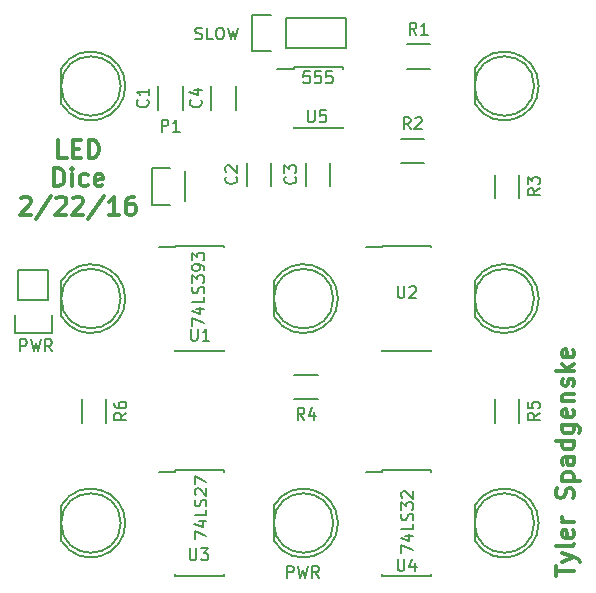
<source format=gbr>
G04 #@! TF.FileFunction,Legend,Top*
%FSLAX46Y46*%
G04 Gerber Fmt 4.6, Leading zero omitted, Abs format (unit mm)*
G04 Created by KiCad (PCBNEW 4.0.1-stable) date 2/25/2016 11:01:42 AM*
%MOMM*%
G01*
G04 APERTURE LIST*
%ADD10C,0.100000*%
%ADD11C,0.300000*%
%ADD12C,0.150000*%
G04 APERTURE END LIST*
D10*
D11*
X73135715Y-94578571D02*
X72421429Y-94578571D01*
X72421429Y-93078571D01*
X73635715Y-93792857D02*
X74135715Y-93792857D01*
X74350001Y-94578571D02*
X73635715Y-94578571D01*
X73635715Y-93078571D01*
X74350001Y-93078571D01*
X74992858Y-94578571D02*
X74992858Y-93078571D01*
X75350001Y-93078571D01*
X75564286Y-93150000D01*
X75707144Y-93292857D01*
X75778572Y-93435714D01*
X75850001Y-93721429D01*
X75850001Y-93935714D01*
X75778572Y-94221429D01*
X75707144Y-94364286D01*
X75564286Y-94507143D01*
X75350001Y-94578571D01*
X74992858Y-94578571D01*
X72064286Y-96978571D02*
X72064286Y-95478571D01*
X72421429Y-95478571D01*
X72635714Y-95550000D01*
X72778572Y-95692857D01*
X72850000Y-95835714D01*
X72921429Y-96121429D01*
X72921429Y-96335714D01*
X72850000Y-96621429D01*
X72778572Y-96764286D01*
X72635714Y-96907143D01*
X72421429Y-96978571D01*
X72064286Y-96978571D01*
X73564286Y-96978571D02*
X73564286Y-95978571D01*
X73564286Y-95478571D02*
X73492857Y-95550000D01*
X73564286Y-95621429D01*
X73635714Y-95550000D01*
X73564286Y-95478571D01*
X73564286Y-95621429D01*
X74921429Y-96907143D02*
X74778572Y-96978571D01*
X74492858Y-96978571D01*
X74350000Y-96907143D01*
X74278572Y-96835714D01*
X74207143Y-96692857D01*
X74207143Y-96264286D01*
X74278572Y-96121429D01*
X74350000Y-96050000D01*
X74492858Y-95978571D01*
X74778572Y-95978571D01*
X74921429Y-96050000D01*
X76135714Y-96907143D02*
X75992857Y-96978571D01*
X75707143Y-96978571D01*
X75564286Y-96907143D01*
X75492857Y-96764286D01*
X75492857Y-96192857D01*
X75564286Y-96050000D01*
X75707143Y-95978571D01*
X75992857Y-95978571D01*
X76135714Y-96050000D01*
X76207143Y-96192857D01*
X76207143Y-96335714D01*
X75492857Y-96478571D01*
X69242858Y-98021429D02*
X69314287Y-97950000D01*
X69457144Y-97878571D01*
X69814287Y-97878571D01*
X69957144Y-97950000D01*
X70028573Y-98021429D01*
X70100001Y-98164286D01*
X70100001Y-98307143D01*
X70028573Y-98521429D01*
X69171430Y-99378571D01*
X70100001Y-99378571D01*
X71814286Y-97807143D02*
X70528572Y-99735714D01*
X72242858Y-98021429D02*
X72314287Y-97950000D01*
X72457144Y-97878571D01*
X72814287Y-97878571D01*
X72957144Y-97950000D01*
X73028573Y-98021429D01*
X73100001Y-98164286D01*
X73100001Y-98307143D01*
X73028573Y-98521429D01*
X72171430Y-99378571D01*
X73100001Y-99378571D01*
X73671429Y-98021429D02*
X73742858Y-97950000D01*
X73885715Y-97878571D01*
X74242858Y-97878571D01*
X74385715Y-97950000D01*
X74457144Y-98021429D01*
X74528572Y-98164286D01*
X74528572Y-98307143D01*
X74457144Y-98521429D01*
X73600001Y-99378571D01*
X74528572Y-99378571D01*
X76242857Y-97807143D02*
X74957143Y-99735714D01*
X77528572Y-99378571D02*
X76671429Y-99378571D01*
X77100001Y-99378571D02*
X77100001Y-97878571D01*
X76957144Y-98092857D01*
X76814286Y-98235714D01*
X76671429Y-98307143D01*
X78814286Y-97878571D02*
X78528572Y-97878571D01*
X78385715Y-97950000D01*
X78314286Y-98021429D01*
X78171429Y-98235714D01*
X78100000Y-98521429D01*
X78100000Y-99092857D01*
X78171429Y-99235714D01*
X78242857Y-99307143D01*
X78385715Y-99378571D01*
X78671429Y-99378571D01*
X78814286Y-99307143D01*
X78885715Y-99235714D01*
X78957143Y-99092857D01*
X78957143Y-98735714D01*
X78885715Y-98592857D01*
X78814286Y-98521429D01*
X78671429Y-98450000D01*
X78385715Y-98450000D01*
X78242857Y-98521429D01*
X78171429Y-98592857D01*
X78100000Y-98735714D01*
X114578571Y-129978571D02*
X114578571Y-129121428D01*
X116078571Y-129549999D02*
X114578571Y-129549999D01*
X115078571Y-128764285D02*
X116078571Y-128407142D01*
X115078571Y-128050000D02*
X116078571Y-128407142D01*
X116435714Y-128550000D01*
X116507143Y-128621428D01*
X116578571Y-128764285D01*
X116078571Y-127264285D02*
X116007143Y-127407143D01*
X115864286Y-127478571D01*
X114578571Y-127478571D01*
X116007143Y-126121429D02*
X116078571Y-126264286D01*
X116078571Y-126550000D01*
X116007143Y-126692857D01*
X115864286Y-126764286D01*
X115292857Y-126764286D01*
X115150000Y-126692857D01*
X115078571Y-126550000D01*
X115078571Y-126264286D01*
X115150000Y-126121429D01*
X115292857Y-126050000D01*
X115435714Y-126050000D01*
X115578571Y-126764286D01*
X116078571Y-125407143D02*
X115078571Y-125407143D01*
X115364286Y-125407143D02*
X115221429Y-125335715D01*
X115150000Y-125264286D01*
X115078571Y-125121429D01*
X115078571Y-124978572D01*
X116007143Y-123407144D02*
X116078571Y-123192858D01*
X116078571Y-122835715D01*
X116007143Y-122692858D01*
X115935714Y-122621429D01*
X115792857Y-122550001D01*
X115650000Y-122550001D01*
X115507143Y-122621429D01*
X115435714Y-122692858D01*
X115364286Y-122835715D01*
X115292857Y-123121429D01*
X115221429Y-123264287D01*
X115150000Y-123335715D01*
X115007143Y-123407144D01*
X114864286Y-123407144D01*
X114721429Y-123335715D01*
X114650000Y-123264287D01*
X114578571Y-123121429D01*
X114578571Y-122764287D01*
X114650000Y-122550001D01*
X115078571Y-121907144D02*
X116578571Y-121907144D01*
X115150000Y-121907144D02*
X115078571Y-121764287D01*
X115078571Y-121478573D01*
X115150000Y-121335716D01*
X115221429Y-121264287D01*
X115364286Y-121192858D01*
X115792857Y-121192858D01*
X115935714Y-121264287D01*
X116007143Y-121335716D01*
X116078571Y-121478573D01*
X116078571Y-121764287D01*
X116007143Y-121907144D01*
X116078571Y-119907144D02*
X115292857Y-119907144D01*
X115150000Y-119978573D01*
X115078571Y-120121430D01*
X115078571Y-120407144D01*
X115150000Y-120550001D01*
X116007143Y-119907144D02*
X116078571Y-120050001D01*
X116078571Y-120407144D01*
X116007143Y-120550001D01*
X115864286Y-120621430D01*
X115721429Y-120621430D01*
X115578571Y-120550001D01*
X115507143Y-120407144D01*
X115507143Y-120050001D01*
X115435714Y-119907144D01*
X116078571Y-118550001D02*
X114578571Y-118550001D01*
X116007143Y-118550001D02*
X116078571Y-118692858D01*
X116078571Y-118978572D01*
X116007143Y-119121430D01*
X115935714Y-119192858D01*
X115792857Y-119264287D01*
X115364286Y-119264287D01*
X115221429Y-119192858D01*
X115150000Y-119121430D01*
X115078571Y-118978572D01*
X115078571Y-118692858D01*
X115150000Y-118550001D01*
X115078571Y-117192858D02*
X116292857Y-117192858D01*
X116435714Y-117264287D01*
X116507143Y-117335715D01*
X116578571Y-117478572D01*
X116578571Y-117692858D01*
X116507143Y-117835715D01*
X116007143Y-117192858D02*
X116078571Y-117335715D01*
X116078571Y-117621429D01*
X116007143Y-117764287D01*
X115935714Y-117835715D01*
X115792857Y-117907144D01*
X115364286Y-117907144D01*
X115221429Y-117835715D01*
X115150000Y-117764287D01*
X115078571Y-117621429D01*
X115078571Y-117335715D01*
X115150000Y-117192858D01*
X116007143Y-115907144D02*
X116078571Y-116050001D01*
X116078571Y-116335715D01*
X116007143Y-116478572D01*
X115864286Y-116550001D01*
X115292857Y-116550001D01*
X115150000Y-116478572D01*
X115078571Y-116335715D01*
X115078571Y-116050001D01*
X115150000Y-115907144D01*
X115292857Y-115835715D01*
X115435714Y-115835715D01*
X115578571Y-116550001D01*
X115078571Y-115192858D02*
X116078571Y-115192858D01*
X115221429Y-115192858D02*
X115150000Y-115121430D01*
X115078571Y-114978572D01*
X115078571Y-114764287D01*
X115150000Y-114621430D01*
X115292857Y-114550001D01*
X116078571Y-114550001D01*
X116007143Y-113907144D02*
X116078571Y-113764287D01*
X116078571Y-113478572D01*
X116007143Y-113335715D01*
X115864286Y-113264287D01*
X115792857Y-113264287D01*
X115650000Y-113335715D01*
X115578571Y-113478572D01*
X115578571Y-113692858D01*
X115507143Y-113835715D01*
X115364286Y-113907144D01*
X115292857Y-113907144D01*
X115150000Y-113835715D01*
X115078571Y-113692858D01*
X115078571Y-113478572D01*
X115150000Y-113335715D01*
X116078571Y-112621429D02*
X114578571Y-112621429D01*
X115507143Y-112478572D02*
X116078571Y-112050001D01*
X115078571Y-112050001D02*
X115650000Y-112621429D01*
X116007143Y-110835715D02*
X116078571Y-110978572D01*
X116078571Y-111264286D01*
X116007143Y-111407143D01*
X115864286Y-111478572D01*
X115292857Y-111478572D01*
X115150000Y-111407143D01*
X115078571Y-111264286D01*
X115078571Y-110978572D01*
X115150000Y-110835715D01*
X115292857Y-110764286D01*
X115435714Y-110764286D01*
X115578571Y-111478572D01*
D12*
X80875000Y-88500000D02*
X80875000Y-90500000D01*
X82925000Y-90500000D02*
X82925000Y-88500000D01*
X88375000Y-95000000D02*
X88375000Y-97000000D01*
X90425000Y-97000000D02*
X90425000Y-95000000D01*
X93375000Y-95000000D02*
X93375000Y-97000000D01*
X95425000Y-97000000D02*
X95425000Y-95000000D01*
X85375000Y-88500000D02*
X85375000Y-90500000D01*
X87425000Y-90500000D02*
X87425000Y-88500000D01*
X72685112Y-108024904D02*
G75*
G03X72670000Y-105000000I2484888J1524904D01*
G01*
X72670000Y-108000000D02*
X72670000Y-105000000D01*
X77687936Y-106500000D02*
G75*
G03X77687936Y-106500000I-2517936J0D01*
G01*
X90685112Y-108024904D02*
G75*
G03X90670000Y-105000000I2484888J1524904D01*
G01*
X90670000Y-108000000D02*
X90670000Y-105000000D01*
X95687936Y-106500000D02*
G75*
G03X95687936Y-106500000I-2517936J0D01*
G01*
X72685112Y-90024904D02*
G75*
G03X72670000Y-87000000I2484888J1524904D01*
G01*
X72670000Y-90000000D02*
X72670000Y-87000000D01*
X77687936Y-88500000D02*
G75*
G03X77687936Y-88500000I-2517936J0D01*
G01*
X107685112Y-90024904D02*
G75*
G03X107670000Y-87000000I2484888J1524904D01*
G01*
X107670000Y-90000000D02*
X107670000Y-87000000D01*
X112687936Y-88500000D02*
G75*
G03X112687936Y-88500000I-2517936J0D01*
G01*
X107685112Y-108024904D02*
G75*
G03X107670000Y-105000000I2484888J1524904D01*
G01*
X107670000Y-108000000D02*
X107670000Y-105000000D01*
X112687936Y-106500000D02*
G75*
G03X112687936Y-106500000I-2517936J0D01*
G01*
X107685112Y-127024904D02*
G75*
G03X107670000Y-124000000I2484888J1524904D01*
G01*
X107670000Y-127000000D02*
X107670000Y-124000000D01*
X112687936Y-125500000D02*
G75*
G03X112687936Y-125500000I-2517936J0D01*
G01*
X72685112Y-127024904D02*
G75*
G03X72670000Y-124000000I2484888J1524904D01*
G01*
X72670000Y-127000000D02*
X72670000Y-124000000D01*
X77687936Y-125500000D02*
G75*
G03X77687936Y-125500000I-2517936J0D01*
G01*
X83170000Y-98270000D02*
X83170000Y-95730000D01*
X80350000Y-95450000D02*
X81900000Y-95450000D01*
X80350000Y-95450000D02*
X80350000Y-98550000D01*
X80350000Y-98550000D02*
X81900000Y-98550000D01*
X103900000Y-84975000D02*
X101900000Y-84975000D01*
X101900000Y-87025000D02*
X103900000Y-87025000D01*
X103400000Y-92975000D02*
X101400000Y-92975000D01*
X101400000Y-95025000D02*
X103400000Y-95025000D01*
X111425000Y-98000000D02*
X111425000Y-96000000D01*
X109375000Y-96000000D02*
X109375000Y-98000000D01*
X92400000Y-115025000D02*
X94400000Y-115025000D01*
X94400000Y-112975000D02*
X92400000Y-112975000D01*
X111425000Y-117000000D02*
X111425000Y-115000000D01*
X109375000Y-115000000D02*
X109375000Y-117000000D01*
X76425000Y-117000000D02*
X76425000Y-115000000D01*
X74375000Y-115000000D02*
X74375000Y-117000000D01*
X90685112Y-127024904D02*
G75*
G03X90670000Y-124000000I2484888J1524904D01*
G01*
X90670000Y-127000000D02*
X90670000Y-124000000D01*
X95687936Y-125500000D02*
G75*
G03X95687936Y-125500000I-2517936J0D01*
G01*
X82325000Y-102050000D02*
X82325000Y-102165000D01*
X86475000Y-102050000D02*
X86475000Y-102165000D01*
X86475000Y-110950000D02*
X86475000Y-110835000D01*
X82325000Y-110950000D02*
X82325000Y-110835000D01*
X82325000Y-102050000D02*
X86475000Y-102050000D01*
X82325000Y-110950000D02*
X86475000Y-110950000D01*
X82325000Y-102165000D02*
X80950000Y-102165000D01*
X99825000Y-102050000D02*
X99825000Y-102165000D01*
X103975000Y-102050000D02*
X103975000Y-102165000D01*
X103975000Y-110950000D02*
X103975000Y-110835000D01*
X99825000Y-110950000D02*
X99825000Y-110835000D01*
X99825000Y-102050000D02*
X103975000Y-102050000D01*
X99825000Y-110950000D02*
X103975000Y-110950000D01*
X99825000Y-102165000D02*
X98450000Y-102165000D01*
X82325000Y-121050000D02*
X82325000Y-121165000D01*
X86475000Y-121050000D02*
X86475000Y-121165000D01*
X86475000Y-129950000D02*
X86475000Y-129835000D01*
X82325000Y-129950000D02*
X82325000Y-129835000D01*
X82325000Y-121050000D02*
X86475000Y-121050000D01*
X82325000Y-129950000D02*
X86475000Y-129950000D01*
X82325000Y-121165000D02*
X80950000Y-121165000D01*
X99825000Y-121050000D02*
X99825000Y-121165000D01*
X103975000Y-121050000D02*
X103975000Y-121165000D01*
X103975000Y-129950000D02*
X103975000Y-129835000D01*
X99825000Y-129950000D02*
X99825000Y-129835000D01*
X99825000Y-121050000D02*
X103975000Y-121050000D01*
X99825000Y-129950000D02*
X103975000Y-129950000D01*
X99825000Y-121165000D02*
X98450000Y-121165000D01*
X92325000Y-86925000D02*
X92325000Y-87070000D01*
X96475000Y-86925000D02*
X96475000Y-87070000D01*
X96475000Y-92075000D02*
X96475000Y-91930000D01*
X92325000Y-92075000D02*
X92325000Y-91930000D01*
X92325000Y-86925000D02*
X96475000Y-86925000D01*
X92325000Y-92075000D02*
X96475000Y-92075000D01*
X92325000Y-87070000D02*
X90925000Y-87070000D01*
X71850000Y-109450000D02*
X71850000Y-107900000D01*
X71570000Y-104090000D02*
X71570000Y-106630000D01*
X71570000Y-106630000D02*
X69030000Y-106630000D01*
X68750000Y-107900000D02*
X68750000Y-109450000D01*
X68750000Y-109450000D02*
X71850000Y-109450000D01*
X69030000Y-106630000D02*
X69030000Y-104090000D01*
X69030000Y-104090000D02*
X71570000Y-104090000D01*
X90400000Y-82450000D02*
X88850000Y-82450000D01*
X88850000Y-82450000D02*
X88850000Y-85550000D01*
X88850000Y-85550000D02*
X90400000Y-85550000D01*
X91670000Y-82730000D02*
X96750000Y-82730000D01*
X96750000Y-82730000D02*
X96750000Y-85270000D01*
X96750000Y-85270000D02*
X91670000Y-85270000D01*
X91670000Y-85270000D02*
X91670000Y-82730000D01*
X79957143Y-89666666D02*
X80004762Y-89714285D01*
X80052381Y-89857142D01*
X80052381Y-89952380D01*
X80004762Y-90095238D01*
X79909524Y-90190476D01*
X79814286Y-90238095D01*
X79623810Y-90285714D01*
X79480952Y-90285714D01*
X79290476Y-90238095D01*
X79195238Y-90190476D01*
X79100000Y-90095238D01*
X79052381Y-89952380D01*
X79052381Y-89857142D01*
X79100000Y-89714285D01*
X79147619Y-89666666D01*
X80052381Y-88714285D02*
X80052381Y-89285714D01*
X80052381Y-89000000D02*
X79052381Y-89000000D01*
X79195238Y-89095238D01*
X79290476Y-89190476D01*
X79338095Y-89285714D01*
X87457143Y-96166666D02*
X87504762Y-96214285D01*
X87552381Y-96357142D01*
X87552381Y-96452380D01*
X87504762Y-96595238D01*
X87409524Y-96690476D01*
X87314286Y-96738095D01*
X87123810Y-96785714D01*
X86980952Y-96785714D01*
X86790476Y-96738095D01*
X86695238Y-96690476D01*
X86600000Y-96595238D01*
X86552381Y-96452380D01*
X86552381Y-96357142D01*
X86600000Y-96214285D01*
X86647619Y-96166666D01*
X86647619Y-95785714D02*
X86600000Y-95738095D01*
X86552381Y-95642857D01*
X86552381Y-95404761D01*
X86600000Y-95309523D01*
X86647619Y-95261904D01*
X86742857Y-95214285D01*
X86838095Y-95214285D01*
X86980952Y-95261904D01*
X87552381Y-95833333D01*
X87552381Y-95214285D01*
X92457143Y-96166666D02*
X92504762Y-96214285D01*
X92552381Y-96357142D01*
X92552381Y-96452380D01*
X92504762Y-96595238D01*
X92409524Y-96690476D01*
X92314286Y-96738095D01*
X92123810Y-96785714D01*
X91980952Y-96785714D01*
X91790476Y-96738095D01*
X91695238Y-96690476D01*
X91600000Y-96595238D01*
X91552381Y-96452380D01*
X91552381Y-96357142D01*
X91600000Y-96214285D01*
X91647619Y-96166666D01*
X91552381Y-95833333D02*
X91552381Y-95214285D01*
X91933333Y-95547619D01*
X91933333Y-95404761D01*
X91980952Y-95309523D01*
X92028571Y-95261904D01*
X92123810Y-95214285D01*
X92361905Y-95214285D01*
X92457143Y-95261904D01*
X92504762Y-95309523D01*
X92552381Y-95404761D01*
X92552381Y-95690476D01*
X92504762Y-95785714D01*
X92457143Y-95833333D01*
X84457143Y-89666666D02*
X84504762Y-89714285D01*
X84552381Y-89857142D01*
X84552381Y-89952380D01*
X84504762Y-90095238D01*
X84409524Y-90190476D01*
X84314286Y-90238095D01*
X84123810Y-90285714D01*
X83980952Y-90285714D01*
X83790476Y-90238095D01*
X83695238Y-90190476D01*
X83600000Y-90095238D01*
X83552381Y-89952380D01*
X83552381Y-89857142D01*
X83600000Y-89714285D01*
X83647619Y-89666666D01*
X83885714Y-88809523D02*
X84552381Y-88809523D01*
X83504762Y-89047619D02*
X84219048Y-89285714D01*
X84219048Y-88666666D01*
X81161905Y-92352381D02*
X81161905Y-91352381D01*
X81542858Y-91352381D01*
X81638096Y-91400000D01*
X81685715Y-91447619D01*
X81733334Y-91542857D01*
X81733334Y-91685714D01*
X81685715Y-91780952D01*
X81638096Y-91828571D01*
X81542858Y-91876190D01*
X81161905Y-91876190D01*
X82685715Y-92352381D02*
X82114286Y-92352381D01*
X82400000Y-92352381D02*
X82400000Y-91352381D01*
X82304762Y-91495238D01*
X82209524Y-91590476D01*
X82114286Y-91638095D01*
X102733334Y-84152381D02*
X102400000Y-83676190D01*
X102161905Y-84152381D02*
X102161905Y-83152381D01*
X102542858Y-83152381D01*
X102638096Y-83200000D01*
X102685715Y-83247619D01*
X102733334Y-83342857D01*
X102733334Y-83485714D01*
X102685715Y-83580952D01*
X102638096Y-83628571D01*
X102542858Y-83676190D01*
X102161905Y-83676190D01*
X103685715Y-84152381D02*
X103114286Y-84152381D01*
X103400000Y-84152381D02*
X103400000Y-83152381D01*
X103304762Y-83295238D01*
X103209524Y-83390476D01*
X103114286Y-83438095D01*
X102233334Y-92152381D02*
X101900000Y-91676190D01*
X101661905Y-92152381D02*
X101661905Y-91152381D01*
X102042858Y-91152381D01*
X102138096Y-91200000D01*
X102185715Y-91247619D01*
X102233334Y-91342857D01*
X102233334Y-91485714D01*
X102185715Y-91580952D01*
X102138096Y-91628571D01*
X102042858Y-91676190D01*
X101661905Y-91676190D01*
X102614286Y-91247619D02*
X102661905Y-91200000D01*
X102757143Y-91152381D01*
X102995239Y-91152381D01*
X103090477Y-91200000D01*
X103138096Y-91247619D01*
X103185715Y-91342857D01*
X103185715Y-91438095D01*
X103138096Y-91580952D01*
X102566667Y-92152381D01*
X103185715Y-92152381D01*
X113152381Y-97166666D02*
X112676190Y-97500000D01*
X113152381Y-97738095D02*
X112152381Y-97738095D01*
X112152381Y-97357142D01*
X112200000Y-97261904D01*
X112247619Y-97214285D01*
X112342857Y-97166666D01*
X112485714Y-97166666D01*
X112580952Y-97214285D01*
X112628571Y-97261904D01*
X112676190Y-97357142D01*
X112676190Y-97738095D01*
X112152381Y-96833333D02*
X112152381Y-96214285D01*
X112533333Y-96547619D01*
X112533333Y-96404761D01*
X112580952Y-96309523D01*
X112628571Y-96261904D01*
X112723810Y-96214285D01*
X112961905Y-96214285D01*
X113057143Y-96261904D01*
X113104762Y-96309523D01*
X113152381Y-96404761D01*
X113152381Y-96690476D01*
X113104762Y-96785714D01*
X113057143Y-96833333D01*
X93233334Y-116752381D02*
X92900000Y-116276190D01*
X92661905Y-116752381D02*
X92661905Y-115752381D01*
X93042858Y-115752381D01*
X93138096Y-115800000D01*
X93185715Y-115847619D01*
X93233334Y-115942857D01*
X93233334Y-116085714D01*
X93185715Y-116180952D01*
X93138096Y-116228571D01*
X93042858Y-116276190D01*
X92661905Y-116276190D01*
X94090477Y-116085714D02*
X94090477Y-116752381D01*
X93852381Y-115704762D02*
X93614286Y-116419048D01*
X94233334Y-116419048D01*
X113152381Y-116166666D02*
X112676190Y-116500000D01*
X113152381Y-116738095D02*
X112152381Y-116738095D01*
X112152381Y-116357142D01*
X112200000Y-116261904D01*
X112247619Y-116214285D01*
X112342857Y-116166666D01*
X112485714Y-116166666D01*
X112580952Y-116214285D01*
X112628571Y-116261904D01*
X112676190Y-116357142D01*
X112676190Y-116738095D01*
X112152381Y-115261904D02*
X112152381Y-115738095D01*
X112628571Y-115785714D01*
X112580952Y-115738095D01*
X112533333Y-115642857D01*
X112533333Y-115404761D01*
X112580952Y-115309523D01*
X112628571Y-115261904D01*
X112723810Y-115214285D01*
X112961905Y-115214285D01*
X113057143Y-115261904D01*
X113104762Y-115309523D01*
X113152381Y-115404761D01*
X113152381Y-115642857D01*
X113104762Y-115738095D01*
X113057143Y-115785714D01*
X78152381Y-116166666D02*
X77676190Y-116500000D01*
X78152381Y-116738095D02*
X77152381Y-116738095D01*
X77152381Y-116357142D01*
X77200000Y-116261904D01*
X77247619Y-116214285D01*
X77342857Y-116166666D01*
X77485714Y-116166666D01*
X77580952Y-116214285D01*
X77628571Y-116261904D01*
X77676190Y-116357142D01*
X77676190Y-116738095D01*
X77152381Y-115309523D02*
X77152381Y-115500000D01*
X77200000Y-115595238D01*
X77247619Y-115642857D01*
X77390476Y-115738095D01*
X77580952Y-115785714D01*
X77961905Y-115785714D01*
X78057143Y-115738095D01*
X78104762Y-115690476D01*
X78152381Y-115595238D01*
X78152381Y-115404761D01*
X78104762Y-115309523D01*
X78057143Y-115261904D01*
X77961905Y-115214285D01*
X77723810Y-115214285D01*
X77628571Y-115261904D01*
X77580952Y-115309523D01*
X77533333Y-115404761D01*
X77533333Y-115595238D01*
X77580952Y-115690476D01*
X77628571Y-115738095D01*
X77723810Y-115785714D01*
X91766667Y-130152381D02*
X91766667Y-129152381D01*
X92147620Y-129152381D01*
X92242858Y-129200000D01*
X92290477Y-129247619D01*
X92338096Y-129342857D01*
X92338096Y-129485714D01*
X92290477Y-129580952D01*
X92242858Y-129628571D01*
X92147620Y-129676190D01*
X91766667Y-129676190D01*
X92671429Y-129152381D02*
X92909524Y-130152381D01*
X93100001Y-129438095D01*
X93290477Y-130152381D01*
X93528572Y-129152381D01*
X94480953Y-130152381D02*
X94147619Y-129676190D01*
X93909524Y-130152381D02*
X93909524Y-129152381D01*
X94290477Y-129152381D01*
X94385715Y-129200000D01*
X94433334Y-129247619D01*
X94480953Y-129342857D01*
X94480953Y-129485714D01*
X94433334Y-129580952D01*
X94385715Y-129628571D01*
X94290477Y-129676190D01*
X93909524Y-129676190D01*
X83638095Y-109052381D02*
X83638095Y-109861905D01*
X83685714Y-109957143D01*
X83733333Y-110004762D01*
X83828571Y-110052381D01*
X84019048Y-110052381D01*
X84114286Y-110004762D01*
X84161905Y-109957143D01*
X84209524Y-109861905D01*
X84209524Y-109052381D01*
X85209524Y-110052381D02*
X84638095Y-110052381D01*
X84923809Y-110052381D02*
X84923809Y-109052381D01*
X84828571Y-109195238D01*
X84733333Y-109290476D01*
X84638095Y-109338095D01*
X83752381Y-108819048D02*
X83752381Y-108152381D01*
X84752381Y-108580953D01*
X84085714Y-107342857D02*
X84752381Y-107342857D01*
X83704762Y-107580953D02*
X84419048Y-107819048D01*
X84419048Y-107200000D01*
X84752381Y-106342857D02*
X84752381Y-106819048D01*
X83752381Y-106819048D01*
X84704762Y-106057143D02*
X84752381Y-105914286D01*
X84752381Y-105676190D01*
X84704762Y-105580952D01*
X84657143Y-105533333D01*
X84561905Y-105485714D01*
X84466667Y-105485714D01*
X84371429Y-105533333D01*
X84323810Y-105580952D01*
X84276190Y-105676190D01*
X84228571Y-105866667D01*
X84180952Y-105961905D01*
X84133333Y-106009524D01*
X84038095Y-106057143D01*
X83942857Y-106057143D01*
X83847619Y-106009524D01*
X83800000Y-105961905D01*
X83752381Y-105866667D01*
X83752381Y-105628571D01*
X83800000Y-105485714D01*
X83752381Y-105152381D02*
X83752381Y-104533333D01*
X84133333Y-104866667D01*
X84133333Y-104723809D01*
X84180952Y-104628571D01*
X84228571Y-104580952D01*
X84323810Y-104533333D01*
X84561905Y-104533333D01*
X84657143Y-104580952D01*
X84704762Y-104628571D01*
X84752381Y-104723809D01*
X84752381Y-105009524D01*
X84704762Y-105104762D01*
X84657143Y-105152381D01*
X84752381Y-104057143D02*
X84752381Y-103866667D01*
X84704762Y-103771428D01*
X84657143Y-103723809D01*
X84514286Y-103628571D01*
X84323810Y-103580952D01*
X83942857Y-103580952D01*
X83847619Y-103628571D01*
X83800000Y-103676190D01*
X83752381Y-103771428D01*
X83752381Y-103961905D01*
X83800000Y-104057143D01*
X83847619Y-104104762D01*
X83942857Y-104152381D01*
X84180952Y-104152381D01*
X84276190Y-104104762D01*
X84323810Y-104057143D01*
X84371429Y-103961905D01*
X84371429Y-103771428D01*
X84323810Y-103676190D01*
X84276190Y-103628571D01*
X84180952Y-103580952D01*
X83752381Y-103247619D02*
X83752381Y-102628571D01*
X84133333Y-102961905D01*
X84133333Y-102819047D01*
X84180952Y-102723809D01*
X84228571Y-102676190D01*
X84323810Y-102628571D01*
X84561905Y-102628571D01*
X84657143Y-102676190D01*
X84704762Y-102723809D01*
X84752381Y-102819047D01*
X84752381Y-103104762D01*
X84704762Y-103200000D01*
X84657143Y-103247619D01*
X101138095Y-105452381D02*
X101138095Y-106261905D01*
X101185714Y-106357143D01*
X101233333Y-106404762D01*
X101328571Y-106452381D01*
X101519048Y-106452381D01*
X101614286Y-106404762D01*
X101661905Y-106357143D01*
X101709524Y-106261905D01*
X101709524Y-105452381D01*
X102138095Y-105547619D02*
X102185714Y-105500000D01*
X102280952Y-105452381D01*
X102519048Y-105452381D01*
X102614286Y-105500000D01*
X102661905Y-105547619D01*
X102709524Y-105642857D01*
X102709524Y-105738095D01*
X102661905Y-105880952D01*
X102090476Y-106452381D01*
X102709524Y-106452381D01*
X83538095Y-127652381D02*
X83538095Y-128461905D01*
X83585714Y-128557143D01*
X83633333Y-128604762D01*
X83728571Y-128652381D01*
X83919048Y-128652381D01*
X84014286Y-128604762D01*
X84061905Y-128557143D01*
X84109524Y-128461905D01*
X84109524Y-127652381D01*
X84490476Y-127652381D02*
X85109524Y-127652381D01*
X84776190Y-128033333D01*
X84919048Y-128033333D01*
X85014286Y-128080952D01*
X85061905Y-128128571D01*
X85109524Y-128223810D01*
X85109524Y-128461905D01*
X85061905Y-128557143D01*
X85014286Y-128604762D01*
X84919048Y-128652381D01*
X84633333Y-128652381D01*
X84538095Y-128604762D01*
X84490476Y-128557143D01*
X83952381Y-126842857D02*
X83952381Y-126176190D01*
X84952381Y-126604762D01*
X84285714Y-125366666D02*
X84952381Y-125366666D01*
X83904762Y-125604762D02*
X84619048Y-125842857D01*
X84619048Y-125223809D01*
X84952381Y-124366666D02*
X84952381Y-124842857D01*
X83952381Y-124842857D01*
X84904762Y-124080952D02*
X84952381Y-123938095D01*
X84952381Y-123699999D01*
X84904762Y-123604761D01*
X84857143Y-123557142D01*
X84761905Y-123509523D01*
X84666667Y-123509523D01*
X84571429Y-123557142D01*
X84523810Y-123604761D01*
X84476190Y-123699999D01*
X84428571Y-123890476D01*
X84380952Y-123985714D01*
X84333333Y-124033333D01*
X84238095Y-124080952D01*
X84142857Y-124080952D01*
X84047619Y-124033333D01*
X84000000Y-123985714D01*
X83952381Y-123890476D01*
X83952381Y-123652380D01*
X84000000Y-123509523D01*
X84047619Y-123128571D02*
X84000000Y-123080952D01*
X83952381Y-122985714D01*
X83952381Y-122747618D01*
X84000000Y-122652380D01*
X84047619Y-122604761D01*
X84142857Y-122557142D01*
X84238095Y-122557142D01*
X84380952Y-122604761D01*
X84952381Y-123176190D01*
X84952381Y-122557142D01*
X83952381Y-122223809D02*
X83952381Y-121557142D01*
X84952381Y-121985714D01*
X101138095Y-128552381D02*
X101138095Y-129361905D01*
X101185714Y-129457143D01*
X101233333Y-129504762D01*
X101328571Y-129552381D01*
X101519048Y-129552381D01*
X101614286Y-129504762D01*
X101661905Y-129457143D01*
X101709524Y-129361905D01*
X101709524Y-128552381D01*
X102614286Y-128885714D02*
X102614286Y-129552381D01*
X102376190Y-128504762D02*
X102138095Y-129219048D01*
X102757143Y-129219048D01*
X101452381Y-128042857D02*
X101452381Y-127376190D01*
X102452381Y-127804762D01*
X101785714Y-126566666D02*
X102452381Y-126566666D01*
X101404762Y-126804762D02*
X102119048Y-127042857D01*
X102119048Y-126423809D01*
X102452381Y-125566666D02*
X102452381Y-126042857D01*
X101452381Y-126042857D01*
X102404762Y-125280952D02*
X102452381Y-125138095D01*
X102452381Y-124899999D01*
X102404762Y-124804761D01*
X102357143Y-124757142D01*
X102261905Y-124709523D01*
X102166667Y-124709523D01*
X102071429Y-124757142D01*
X102023810Y-124804761D01*
X101976190Y-124899999D01*
X101928571Y-125090476D01*
X101880952Y-125185714D01*
X101833333Y-125233333D01*
X101738095Y-125280952D01*
X101642857Y-125280952D01*
X101547619Y-125233333D01*
X101500000Y-125185714D01*
X101452381Y-125090476D01*
X101452381Y-124852380D01*
X101500000Y-124709523D01*
X101452381Y-124376190D02*
X101452381Y-123757142D01*
X101833333Y-124090476D01*
X101833333Y-123947618D01*
X101880952Y-123852380D01*
X101928571Y-123804761D01*
X102023810Y-123757142D01*
X102261905Y-123757142D01*
X102357143Y-123804761D01*
X102404762Y-123852380D01*
X102452381Y-123947618D01*
X102452381Y-124233333D01*
X102404762Y-124328571D01*
X102357143Y-124376190D01*
X101547619Y-123376190D02*
X101500000Y-123328571D01*
X101452381Y-123233333D01*
X101452381Y-122995237D01*
X101500000Y-122899999D01*
X101547619Y-122852380D01*
X101642857Y-122804761D01*
X101738095Y-122804761D01*
X101880952Y-122852380D01*
X102452381Y-123423809D01*
X102452381Y-122804761D01*
X93538095Y-90552381D02*
X93538095Y-91361905D01*
X93585714Y-91457143D01*
X93633333Y-91504762D01*
X93728571Y-91552381D01*
X93919048Y-91552381D01*
X94014286Y-91504762D01*
X94061905Y-91457143D01*
X94109524Y-91361905D01*
X94109524Y-90552381D01*
X95061905Y-90552381D02*
X94585714Y-90552381D01*
X94538095Y-91028571D01*
X94585714Y-90980952D01*
X94680952Y-90933333D01*
X94919048Y-90933333D01*
X95014286Y-90980952D01*
X95061905Y-91028571D01*
X95109524Y-91123810D01*
X95109524Y-91361905D01*
X95061905Y-91457143D01*
X95014286Y-91504762D01*
X94919048Y-91552381D01*
X94680952Y-91552381D01*
X94585714Y-91504762D01*
X94538095Y-91457143D01*
X93685715Y-87252381D02*
X93209524Y-87252381D01*
X93161905Y-87728571D01*
X93209524Y-87680952D01*
X93304762Y-87633333D01*
X93542858Y-87633333D01*
X93638096Y-87680952D01*
X93685715Y-87728571D01*
X93733334Y-87823810D01*
X93733334Y-88061905D01*
X93685715Y-88157143D01*
X93638096Y-88204762D01*
X93542858Y-88252381D01*
X93304762Y-88252381D01*
X93209524Y-88204762D01*
X93161905Y-88157143D01*
X94638096Y-87252381D02*
X94161905Y-87252381D01*
X94114286Y-87728571D01*
X94161905Y-87680952D01*
X94257143Y-87633333D01*
X94495239Y-87633333D01*
X94590477Y-87680952D01*
X94638096Y-87728571D01*
X94685715Y-87823810D01*
X94685715Y-88061905D01*
X94638096Y-88157143D01*
X94590477Y-88204762D01*
X94495239Y-88252381D01*
X94257143Y-88252381D01*
X94161905Y-88204762D01*
X94114286Y-88157143D01*
X95590477Y-87252381D02*
X95114286Y-87252381D01*
X95066667Y-87728571D01*
X95114286Y-87680952D01*
X95209524Y-87633333D01*
X95447620Y-87633333D01*
X95542858Y-87680952D01*
X95590477Y-87728571D01*
X95638096Y-87823810D01*
X95638096Y-88061905D01*
X95590477Y-88157143D01*
X95542858Y-88204762D01*
X95447620Y-88252381D01*
X95209524Y-88252381D01*
X95114286Y-88204762D01*
X95066667Y-88157143D01*
X69166667Y-110952381D02*
X69166667Y-109952381D01*
X69547620Y-109952381D01*
X69642858Y-110000000D01*
X69690477Y-110047619D01*
X69738096Y-110142857D01*
X69738096Y-110285714D01*
X69690477Y-110380952D01*
X69642858Y-110428571D01*
X69547620Y-110476190D01*
X69166667Y-110476190D01*
X70071429Y-109952381D02*
X70309524Y-110952381D01*
X70500001Y-110238095D01*
X70690477Y-110952381D01*
X70928572Y-109952381D01*
X71880953Y-110952381D02*
X71547619Y-110476190D01*
X71309524Y-110952381D02*
X71309524Y-109952381D01*
X71690477Y-109952381D01*
X71785715Y-110000000D01*
X71833334Y-110047619D01*
X71880953Y-110142857D01*
X71880953Y-110285714D01*
X71833334Y-110380952D01*
X71785715Y-110428571D01*
X71690477Y-110476190D01*
X71309524Y-110476190D01*
X84014286Y-84504762D02*
X84157143Y-84552381D01*
X84395239Y-84552381D01*
X84490477Y-84504762D01*
X84538096Y-84457143D01*
X84585715Y-84361905D01*
X84585715Y-84266667D01*
X84538096Y-84171429D01*
X84490477Y-84123810D01*
X84395239Y-84076190D01*
X84204762Y-84028571D01*
X84109524Y-83980952D01*
X84061905Y-83933333D01*
X84014286Y-83838095D01*
X84014286Y-83742857D01*
X84061905Y-83647619D01*
X84109524Y-83600000D01*
X84204762Y-83552381D01*
X84442858Y-83552381D01*
X84585715Y-83600000D01*
X85490477Y-84552381D02*
X85014286Y-84552381D01*
X85014286Y-83552381D01*
X86014286Y-83552381D02*
X86204763Y-83552381D01*
X86300001Y-83600000D01*
X86395239Y-83695238D01*
X86442858Y-83885714D01*
X86442858Y-84219048D01*
X86395239Y-84409524D01*
X86300001Y-84504762D01*
X86204763Y-84552381D01*
X86014286Y-84552381D01*
X85919048Y-84504762D01*
X85823810Y-84409524D01*
X85776191Y-84219048D01*
X85776191Y-83885714D01*
X85823810Y-83695238D01*
X85919048Y-83600000D01*
X86014286Y-83552381D01*
X86776191Y-83552381D02*
X87014286Y-84552381D01*
X87204763Y-83838095D01*
X87395239Y-84552381D01*
X87633334Y-83552381D01*
M02*

</source>
